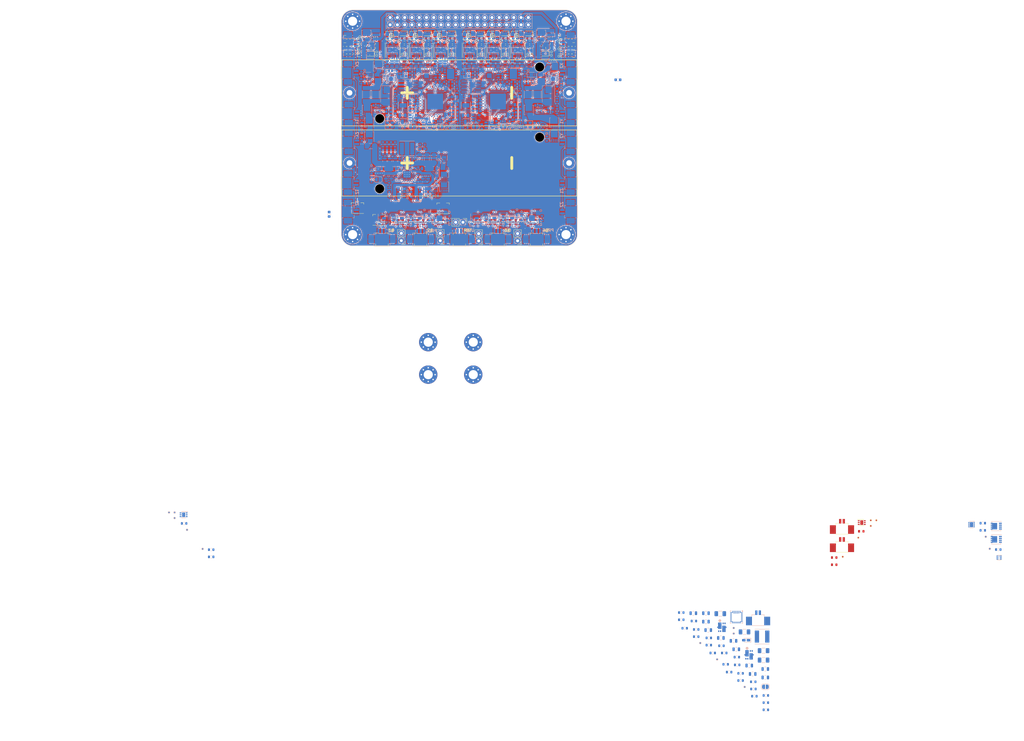
<source format=kicad_pcb>
(kicad_pcb (version 20210623) (generator pcbnew)

  (general
    (thickness 1)
  )

  (paper "A4")
  (title_block
    (title "BUTCube - EPS")
    (date "2021-08-20")
    (rev "v1.0")
    (company "VUT - FIT(STRaDe) & FME(IAE & IPE)")
    (comment 1 "Author: Petr Malaník")
  )

  (layers
    (0 "F.Cu" signal)
    (1 "In1.Cu" power)
    (2 "In2.Cu" mixed)
    (31 "B.Cu" signal)
    (32 "B.Adhes" user "B.Adhesive")
    (33 "F.Adhes" user "F.Adhesive")
    (34 "B.Paste" user)
    (35 "F.Paste" user)
    (36 "B.SilkS" user "B.Silkscreen")
    (37 "F.SilkS" user "F.Silkscreen")
    (38 "B.Mask" user)
    (39 "F.Mask" user)
    (40 "Dwgs.User" user "User.Drawings")
    (41 "Cmts.User" user "User.Comments")
    (42 "Eco1.User" user "User.Eco1")
    (43 "Eco2.User" user "User.Eco2")
    (44 "Edge.Cuts" user)
    (45 "Margin" user)
    (46 "B.CrtYd" user "B.Courtyard")
    (47 "F.CrtYd" user "F.Courtyard")
    (48 "B.Fab" user)
    (49 "F.Fab" user)
    (50 "User.1" user)
    (51 "User.2" user)
    (52 "User.3" user)
    (53 "User.4" user)
    (54 "User.5" user)
    (55 "User.6" user)
    (56 "User.7" user)
    (57 "User.8" user)
    (58 "User.9" user)
  )

  (setup
    (stackup
      (layer "F.SilkS" (type "Top Silk Screen"))
      (layer "F.Paste" (type "Top Solder Paste"))
      (layer "F.Mask" (type "Top Solder Mask") (color "Green") (thickness 0.01))
      (layer "F.Cu" (type "copper") (thickness 0.035))
      (layer "dielectric 1" (type "core") (thickness 0.28) (material "FR4") (epsilon_r 4.5) (loss_tangent 0.02))
      (layer "In1.Cu" (type "copper") (thickness 0.035))
      (layer "dielectric 2" (type "prepreg") (thickness 0.28) (material "FR4") (epsilon_r 4.5) (loss_tangent 0.02))
      (layer "In2.Cu" (type "copper") (thickness 0.035))
      (layer "dielectric 3" (type "core") (thickness 0.28) (material "FR4") (epsilon_r 4.5) (loss_tangent 0.02))
      (layer "B.Cu" (type "copper") (thickness 0.035))
      (layer "B.Mask" (type "Bottom Solder Mask") (color "Green") (thickness 0.01))
      (layer "B.Paste" (type "Bottom Solder Paste"))
      (layer "B.SilkS" (type "Bottom Silk Screen"))
      (copper_finish "Immersion gold")
      (dielectric_constraints no)
    )
    (pad_to_mask_clearance 0)
    (pcbplotparams
      (layerselection 0x00010fc_ffffffff)
      (disableapertmacros false)
      (usegerberextensions false)
      (usegerberattributes true)
      (usegerberadvancedattributes true)
      (creategerberjobfile true)
      (svguseinch false)
      (svgprecision 6)
      (excludeedgelayer true)
      (plotframeref false)
      (viasonmask false)
      (mode 1)
      (useauxorigin false)
      (hpglpennumber 1)
      (hpglpenspeed 20)
      (hpglpendiameter 15.000000)
      (dxfpolygonmode true)
      (dxfimperialunits true)
      (dxfusepcbnewfont true)
      (psnegative false)
      (psa4output false)
      (plotreference true)
      (plotvalue true)
      (plotinvisibletext false)
      (sketchpadsonfab false)
      (subtractmaskfromsilk false)
      (outputformat 1)
      (mirror false)
      (drillshape 1)
      (scaleselection 1)
      (outputdirectory "")
    )
  )

  (net 0 "")
  (net 1 "Net-(C1-Pad1)")
  (net 2 "VBUS")
  (net 3 "/Unit #1/MCU/MCU_POWER")
  (net 4 "/Unit #1/Battery charger/SOLAR_IN")
  (net 5 "/USB power/USB_POWER")
  (net 6 "Net-(C6-Pad1)")
  (net 7 "Net-(C6-Pad2)")
  (net 8 "Net-(C7-Pad1)")
  (net 9 "GND")
  (net 10 "Net-(C7-Pad2)")
  (net 11 "Net-(C8-Pad1)")
  (net 12 "/Unit #1/Battery charger/PMID")
  (net 13 "/Unit #1/Battery charger/SYS")
  (net 14 "/Unit #1/Battery charger/REGN")
  (net 15 "/Unit #1/Activation control/PWR_OUT")
  (net 16 "Net-(C29-Pad1)")
  (net 17 "/Unit #1/MCU/OUT_CUR")
  (net 18 "Net-(C32-Pad1)")
  (net 19 "/Unit #1/MCU/VREF")
  (net 20 "Net-(C47-Pad1)")
  (net 21 "/Unit #2/MCU/MCU_POWER")
  (net 22 "/Unit #2/Battery charger/SOLAR_IN")
  (net 23 "Net-(C52-Pad1)")
  (net 24 "Net-(C52-Pad2)")
  (net 25 "Net-(C53-Pad1)")
  (net 26 "Net-(C53-Pad2)")
  (net 27 "Net-(C54-Pad1)")
  (net 28 "/Unit #2/Battery charger/PMID")
  (net 29 "/Unit #2/Battery charger/SYS")
  (net 30 "/Unit #2/Battery charger/REGN")
  (net 31 "/Unit #2/Activation control/PWR_OUT")
  (net 32 "Net-(C75-Pad1)")
  (net 33 "/Unit #2/MCU/OUT_CUR")
  (net 34 "Net-(C78-Pad1)")
  (net 35 "/Unit #2/MCU/VREF")
  (net 36 "Net-(C93-Pad1)")
  (net 37 "Net-(C94-Pad1)")
  (net 38 "/Unit #1/Output control/PWR_OUT")
  (net 39 "Net-(C96-Pad1)")
  (net 40 "Net-(C97-Pad1)")
  (net 41 "/Unit #2/Output control/PWR_OUT")
  (net 42 "Net-(C101-Pad1)")
  (net 43 "Net-(C102-Pad1)")
  (net 44 "Net-(C106-Pad1)")
  (net 45 "Net-(C107-Pad1)")
  (net 46 "Net-(C111-Pad1)")
  (net 47 "Net-(C112-Pad1)")
  (net 48 "Net-(C116-Pad1)")
  (net 49 "Net-(C117-Pad1)")
  (net 50 "Net-(C121-Pad1)")
  (net 51 "Net-(C122-Pad1)")
  (net 52 "/Unit #1/ADC/VBAT_CUR")
  (net 53 "/Unit #2/ADC/VBAT_CUR")
  (net 54 "Net-(C129-Pad1)")
  (net 55 "Net-(C130-Pad1)")
  (net 56 "Net-(C131-Pad1)")
  (net 57 "Net-(C132-Pad1)")
  (net 58 "Net-(C133-Pad1)")
  (net 59 "/Unit #2/Activation control/Activation logic/PWR_IN")
  (net 60 "Net-(C138-Pad1)")
  (net 61 "Net-(C139-Pad1)")
  (net 62 "Net-(C140-Pad1)")
  (net 63 "Net-(C141-Pad1)")
  (net 64 "Net-(C142-Pad1)")
  (net 65 "/Unit #1/Activation control/Activation logic/PWR_IN")
  (net 66 "Net-(D2-Pad2)")
  (net 67 "/Stack connector/CAN_L")
  (net 68 "/Stack connector/CAN_H")
  (net 69 "/Unit #1/ADC/1V8_CUR")
  (net 70 "/Unit #2/ADC/1V8_CUR")
  (net 71 "/Unit #1/ADC/3V3_CUR")
  (net 72 "/Unit #2/ADC/3V3_CUR")
  (net 73 "/Unit #1/ADC/5V_CUR")
  (net 74 "/Unit #2/ADC/5V_CUR")
  (net 75 "/Unit #1/Activation control/PWR_IN")
  (net 76 "/Unit #1/MCU/POWER")
  (net 77 "Net-(F3-Pad2)")
  (net 78 "/Unit #2/Activation control/PWR_IN")
  (net 79 "/Unit #2/MCU/POWER")
  (net 80 "Net-(F6-Pad2)")
  (net 81 "Net-(F7-Pad1)")
  (net 82 "/Unit #1/1V8")
  (net 83 "Net-(F8-Pad1)")
  (net 84 "/Unit #2/1V8")
  (net 85 "Net-(F9-Pad1)")
  (net 86 "/Unit #1/3V3")
  (net 87 "Net-(F10-Pad1)")
  (net 88 "/Unit #2/3V3")
  (net 89 "Net-(F11-Pad1)")
  (net 90 "/Unit #1/5V")
  (net 91 "Net-(F12-Pad1)")
  (net 92 "/Unit #2/5V")
  (net 93 "Net-(F13-Pad1)")
  (net 94 "/Unit #1/VBAT")
  (net 95 "Net-(F14-Pad1)")
  (net 96 "/Unit #2/VBAT")
  (net 97 "Net-(J7-Pad1)")
  (net 98 "/Unit #1/MCU/DBG_TX")
  (net 99 "/Unit #1/MCU/DBG_RX")
  (net 100 "/Unit #1/MCU/SWCLK")
  (net 101 "/Unit #1/MCU/SWDIO")
  (net 102 "/Unit #1/Battery temperature control/NTC_OUT")
  (net 103 "Net-(J11-Pad1)")
  (net 104 "/Stack connector/EPS#1_CHARGE")
  (net 105 "/Stack connector/RS_485_~{B}")
  (net 106 "/Stack connector/RS_485_A")
  (net 107 "/Stack connector/EPS#2_CHARGE")
  (net 108 "Net-(J19-Pad1)")
  (net 109 "/Unit #2/MCU/DBG_TX")
  (net 110 "/Unit #2/MCU/DBG_RX")
  (net 111 "/Unit #2/MCU/SWCLK")
  (net 112 "/Unit #2/MCU/SWDIO")
  (net 113 "/Unit #2/Battery temperature control/NTC_OUT")
  (net 114 "Net-(J23-Pad1)")
  (net 115 "/Activation switches/RBF_PIN")
  (net 116 "/Activation switches/SW_#1")
  (net 117 "/Activation switches/SW_#2")
  (net 118 "/Activation switches/SW_#3")
  (net 119 "/Activation switches/SW_#4")
  (net 120 "Net-(JP1-Pad2)")
  (net 121 "Net-(JP2-Pad1)")
  (net 122 "/Unit #1/MCU/NRST")
  (net 123 "Net-(JP3-Pad1)")
  (net 124 "Net-(JP3-Pad2)")
  (net 125 "Net-(JP4-Pad2)")
  (net 126 "Net-(JP5-Pad1)")
  (net 127 "/Unit #2/MCU/NRST")
  (net 128 "Net-(JP6-Pad1)")
  (net 129 "Net-(JP6-Pad2)")
  (net 130 "Net-(L3-Pad1)")
  (net 131 "Net-(L3-Pad2)")
  (net 132 "Net-(L4-Pad1)")
  (net 133 "Net-(L4-Pad2)")
  (net 134 "Net-(L5-Pad1)")
  (net 135 "Net-(L5-Pad2)")
  (net 136 "Net-(L6-Pad1)")
  (net 137 "Net-(L6-Pad2)")
  (net 138 "Net-(L7-Pad1)")
  (net 139 "Net-(L7-Pad2)")
  (net 140 "Net-(L8-Pad1)")
  (net 141 "Net-(L8-Pad2)")
  (net 142 "Net-(Q1-PadG1)")
  (net 143 "Net-(Q1-PadS1)")
  (net 144 "Net-(Q2-PadG1)")
  (net 145 "Net-(Q2-PadS1)")
  (net 146 "/Unit #1/Activation control/Activation logic/SEP_EN")
  (net 147 "Net-(Q3-Pad5)")
  (net 148 "/Unit #1/Activation control/Activation logic/RBF_EN")
  (net 149 "Net-(Q5-Pad1)")
  (net 150 "Net-(Q5-Pad3)")
  (net 151 "Net-(Q7-Pad1)")
  (net 152 "Net-(Q7-Pad4)")
  (net 153 "Net-(Q7-Pad5)")
  (net 154 "Net-(Q9-PadG1)")
  (net 155 "Net-(Q9-PadS1)")
  (net 156 "Net-(Q10-PadG1)")
  (net 157 "Net-(Q10-PadS1)")
  (net 158 "/Unit #2/Activation control/Activation logic/SEP_EN")
  (net 159 "Net-(Q11-Pad5)")
  (net 160 "/Unit #2/Activation control/Activation logic/RBF_EN")
  (net 161 "Net-(Q13-Pad1)")
  (net 162 "Net-(Q13-Pad3)")
  (net 163 "Net-(Q15-Pad1)")
  (net 164 "Net-(Q15-Pad4)")
  (net 165 "Net-(Q15-Pad5)")
  (net 166 "Net-(Q17-Pad4)")
  (net 167 "Net-(Q17-Pad5)")
  (net 168 "Net-(Q18-Pad1)")
  (net 169 "Net-(Q18-Pad4)")
  (net 170 "Net-(Q19-Pad4)")
  (net 171 "Net-(Q19-Pad5)")
  (net 172 "Net-(Q20-Pad1)")
  (net 173 "Net-(Q20-Pad4)")
  (net 174 "/Unit #1/Power supplies/Power_supply_1V8/PER_POWER")
  (net 175 "/Unit #1/MCU/1V8_EN")
  (net 176 "/Unit #2/Power supplies/Power_supply_1V8/PER_POWER")
  (net 177 "/Unit #2/MCU/1V8_EN")
  (net 178 "/Unit #1/MCU/3V3_EN")
  (net 179 "/Unit #2/MCU/3V3_EN")
  (net 180 "/Unit #1/Power supplies/Power_supply_5V/PER_POWER")
  (net 181 "/Unit #1/MCU/5V_EN")
  (net 182 "/Unit #2/Power supplies/Power_supply_5V/PER_POWER")
  (net 183 "/Unit #2/MCU/5V_EN")
  (net 184 "Net-(Q27-Pad1)")
  (net 185 "/Unit #1/MCU/VBAT_EN")
  (net 186 "Net-(Q28-Pad1)")
  (net 187 "/Unit #2/MCU/VBAT_EN")
  (net 188 "/Unit #1/Battery charger/D+")
  (net 189 "/Unit #1/Battery charger/D-")
  (net 190 "Net-(R5-Pad2)")
  (net 191 "Net-(R6-Pad2)")
  (net 192 "Net-(R7-Pad1)")
  (net 193 "Net-(R8-Pad2)")
  (net 194 "Net-(D1-Pad2)")
  (net 195 "Net-(R11-Pad1)")
  (net 196 "Net-(R16-Pad2)")
  (net 197 "Net-(R17-Pad2)")
  (net 198 "Net-(R18-Pad2)")
  (net 199 "Net-(R21-Pad2)")
  (net 200 "Net-(R22-Pad1)")
  (net 201 "Net-(R24-Pad2)")
  (net 202 "/Unit #1/MCU/VBAT")
  (net 203 "/Unit #1/MCU/VDDUSB")
  (net 204 "Net-(R30-Pad1)")
  (net 205 "/Unit #1/MCU/CAN_RS")
  (net 206 "/Unit #1/MCU/RS_485_R_EN")
  (net 207 "/Unit #1/MCU/RS_485_T_EN")
  (net 208 "/Unit #1/Battery temperature control/EN")
  (net 209 "/Unit #1/Battery temperature control/NTC_REF")
  (net 210 "/Unit #2/Battery charger/D+")
  (net 211 "/Unit #2/Battery charger/D-")
  (net 212 "Net-(R47-Pad2)")
  (net 213 "Net-(R57-Pad2)")
  (net 214 "/Unit #2/MCU/VBAT")
  (net 215 "/Unit #2/MCU/VDDUSB")
  (net 216 "/Unit #2/MCU/CAN_RS")
  (net 217 "/Unit #2/MCU/RS_485_R_EN")
  (net 218 "/Unit #2/MCU/RS_485_T_EN")
  (net 219 "/Unit #2/Battery temperature control/EN")
  (net 220 "/Unit #2/Battery temperature control/NTC_REF")
  (net 221 "Net-(R82-Pad1)")
  (net 222 "Net-(R91-Pad2)")
  (net 223 "Net-(R98-Pad2)")
  (net 224 "Net-(R105-Pad2)")
  (net 225 "Net-(R112-Pad2)")
  (net 226 "Net-(R119-Pad2)")
  (net 227 "/Unit #1/Battery temperature control/~{FAULT}")
  (net 228 "/Unit #2/Battery temperature control/~{FAULT}")
  (net 229 "Net-(TP61-Pad1)")
  (net 230 "Net-(TP62-Pad1)")
  (net 231 "Net-(TP63-Pad1)")
  (net 232 "Net-(TP64-Pad1)")
  (net 233 "Net-(TP67-Pad1)")
  (net 234 "Net-(TP69-Pad1)")
  (net 235 "Net-(TP70-Pad1)")
  (net 236 "Net-(TP71-Pad1)")
  (net 237 "Net-(TP72-Pad1)")
  (net 238 "Net-(TP75-Pad1)")
  (net 239 "/Unit #1/ADC/~{CS}")
  (net 240 "/Unit #1/MCU/SPI_MISO")
  (net 241 "/Unit #1/MCU/SPI_SCK")
  (net 242 "/Unit #1/MCU/SPI_MOSI")
  (net 243 "Net-(D1-Pad1)")
  (net 244 "/Unit #1/Battery charger/SCL")
  (net 245 "/Unit #1/Battery charger/SDA")
  (net 246 "/Unit #1/Battery charger/~{INT}")
  (net 247 "/Unit #1/MCU/WDG_RESET")
  (net 248 "/Unit #1/MCU/FRAM_CS")
  (net 249 "/Unit #1/MCU/LSE")
  (net 250 "/Unit #1/MCU/HSE")
  (net 251 "/Unit #1/Battery charger/BAT_ALERT")
  (net 252 "/Unit #1/MCU/RS_485_R")
  (net 253 "/Unit #1/MCU/RS_485_T")
  (net 254 "/Unit #1/MCU/CAN_RX")
  (net 255 "/Unit #1/MCU/CAN_TX")
  (net 256 "/Unit #2/ADC/~{CS}")
  (net 257 "/Unit #2/MCU/SPI_MISO")
  (net 258 "/Unit #2/MCU/SPI_SCK")
  (net 259 "/Unit #2/MCU/SPI_MOSI")
  (net 260 "Net-(D5-Pad1)")
  (net 261 "/Unit #2/Battery charger/SCL")
  (net 262 "/Unit #2/Battery charger/SDA")
  (net 263 "/Unit #2/Battery charger/~{INT}")
  (net 264 "/Unit #2/MCU/WDG_RESET")
  (net 265 "/Unit #2/MCU/FRAM_CS")
  (net 266 "/Unit #2/MCU/LSE")
  (net 267 "/Unit #2/MCU/HSE")
  (net 268 "/Unit #2/Battery charger/BAT_ALERT")
  (net 269 "/Unit #2/MCU/RS_485_R")
  (net 270 "/Unit #2/MCU/RS_485_T")
  (net 271 "/Unit #2/MCU/CAN_RX")
  (net 272 "/Unit #2/MCU/CAN_TX")
  (net 273 "Net-(U52-Pad6)")
  (net 274 "Net-(U53-Pad8)")
  (net 275 "Net-(U54-Pad12)")
  (net 276 "Net-(U48-Pad6)")
  (net 277 "Net-(U48-Pad8)")
  (net 278 "Net-(U48-Pad12)")
  (net 279 "Net-(U49-Pad10)")
  (net 280 "Net-(U49-Pad8)")
  (net 281 "Net-(U49-Pad12)")
  (net 282 "Net-(U50-Pad12)")
  (net 283 "Net-(U52-Pad8)")
  (net 284 "Net-(U52-Pad12)")
  (net 285 "Net-(U53-Pad10)")
  (net 286 "Net-(U53-Pad12)")
  (net 287 "Net-(D4-Pad1)")
  (net 288 "Net-(D7-Pad1)")
  (net 289 "Net-(D7-Pad2)")
  (net 290 "Net-(D8-Pad2)")
  (net 291 "Net-(D10-Pad1)")
  (net 292 "Net-(D11-Pad1)")
  (net 293 "/Unit #1/MCU/LED1")
  (net 294 "/Unit #1/MCU/LED2")
  (net 295 "Net-(R41-Pad1)")
  (net 296 "Net-(R46-Pad2)")
  (net 297 "Net-(R48-Pad1)")
  (net 298 "Net-(R49-Pad2)")
  (net 299 "Net-(R52-Pad1)")
  (net 300 "Net-(R58-Pad2)")
  (net 301 "Net-(R59-Pad2)")
  (net 302 "Net-(R62-Pad2)")
  (net 303 "Net-(R63-Pad1)")
  (net 304 "Net-(R65-Pad2)")
  (net 305 "Net-(R71-Pad1)")
  (net 306 "/Unit #2/MCU/LED1")
  (net 307 "/Unit #2/MCU/LED2")
  (net 308 "Net-(R84-Pad1)")
  (net 309 "Net-(R86-Pad1)")
  (net 310 "Net-(R88-Pad2)")
  (net 311 "Net-(R89-Pad1)")
  (net 312 "Net-(R95-Pad2)")
  (net 313 "Net-(R96-Pad1)")
  (net 314 "Net-(R102-Pad2)")
  (net 315 "Net-(R103-Pad1)")
  (net 316 "Net-(R109-Pad2)")
  (net 317 "Net-(R110-Pad1)")
  (net 318 "Net-(R116-Pad2)")
  (net 319 "Net-(R117-Pad1)")
  (net 320 "Net-(R123-Pad2)")
  (net 321 "Net-(R124-Pad1)")
  (net 322 "Net-(R126-Pad2)")
  (net 323 "Net-(R132-Pad2)")
  (net 324 "Net-(R137-Pad2)")
  (net 325 "/Unit #1/Battery charger/BAT+")
  (net 326 "/Unit #2/Battery charger/BAT+")
  (net 327 "/Unit #1/ADC/VBAT_DIV")
  (net 328 "/Unit #1/ADC/3V3_DIV")
  (net 329 "/Unit #1/ADC/5V_DIV")
  (net 330 "/Unit #2/ADC/VBAT_DIV")
  (net 331 "/Unit #2/ADC/3V3_DIV")
  (net 332 "/Unit #2/ADC/5V_DIV")
  (net 333 "unconnected-(J12-Pad11)")
  (net 334 "unconnected-(J12-Pad12)")
  (net 335 "unconnected-(J12-Pad13)")
  (net 336 "unconnected-(J12-Pad14)")
  (net 337 "unconnected-(J12-Pad15)")
  (net 338 "unconnected-(J12-Pad16)")
  (net 339 "unconnected-(J12-Pad17)")
  (net 340 "unconnected-(J12-Pad18)")
  (net 341 "unconnected-(J12-Pad23)")
  (net 342 "unconnected-(J12-Pad24)")
  (net 343 "unconnected-(J12-Pad25)")
  (net 344 "unconnected-(J12-Pad26)")
  (net 345 "unconnected-(J12-Pad27)")
  (net 346 "unconnected-(J12-Pad28)")
  (net 347 "unconnected-(J12-Pad29)")
  (net 348 "unconnected-(J12-Pad30)")
  (net 349 "/Unit #1/ADC/CONV_EN")
  (net 350 "Net-(Q29-Pad3)")
  (net 351 "Net-(Q30-Pad3)")
  (net 352 "Net-(Q31-Pad3)")
  (net 353 "/Unit #2/ADC/CONV_EN")
  (net 354 "Net-(Q32-Pad3)")
  (net 355 "Net-(Q33-Pad3)")
  (net 356 "Net-(Q34-Pad3)")
  (net 357 "unconnected-(U6-Pad3)")
  (net 358 "unconnected-(U8-Pad3)")
  (net 359 "unconnected-(U9-Pad4)")
  (net 360 "unconnected-(U9-Pad10)")
  (net 361 "unconnected-(U10-Pad3)")
  (net 362 "unconnected-(U12-Pad7)")
  (net 363 "unconnected-(U19-Pad3)")
  (net 364 "unconnected-(U21-Pad3)")
  (net 365 "unconnected-(U22-Pad4)")
  (net 366 "unconnected-(U22-Pad10)")
  (net 367 "unconnected-(U23-Pad3)")
  (net 368 "unconnected-(U25-Pad7)")
  (net 369 "unconnected-(U27-Pad1)")
  (net 370 "unconnected-(U30-Pad1)")
  (net 371 "unconnected-(U50-Pad8)")
  (net 372 "unconnected-(U54-Pad8)")
  (net 373 "unconnected-(X1-Pad1)")
  (net 374 "unconnected-(X3-Pad1)")

  (footprint "Diode_SMD:D_SOD-323F" (layer "F.Cu") (at 95.1 59.325 180))

  (footprint "TCY_passives:R_0603_1608Metric" (layer "F.Cu") (at 163.8 54.2 90))

  (footprint "TCY_passives:R_0603_1608Metric" (layer "F.Cu") (at 93.1 53.725 90))

  (footprint "TCY_passives:D_0603_1608Metric" (layer "F.Cu") (at 86.3 56.8 -90))

  (footprint "TCY_passives:R_0603_1608Metric" (layer "F.Cu") (at 257.14 235.26))

  (footprint "MountingHole:MountingHole_3.2mm_M3_Pad_Via" (layer "F.Cu") (at 89 122.5))

  (footprint "TCY_passives:R_0603_1608Metric" (layer "F.Cu") (at 107.05 58.2))

  (footprint "TCY_connectors:TestPoint_Pad_D0.5mm" (layer "F.Cu") (at 158.4 59.9))

  (footprint "TCY_connectors:Amphenol_10114830-11102LF_1x02_P1.25mm_Horizontal" (layer "F.Cu") (at 99.25 122))

  (footprint "TCY_passives:R_0603_1608Metric" (layer "F.Cu") (at 113.7 118.2 -90))

  (footprint "TCY_passives:R_0603_1608Metric" (layer "F.Cu") (at 257.14 237.77))

  (footprint "TCY_passives:R_0603_1608Metric" (layer "F.Cu") (at 151.187255 118.138244 -90))

  (footprint "TCY_passives:R_0603_1608Metric" (layer "F.Cu") (at 162.6 54.2 -90))

  (footprint "TCY_IC:DFN-3_1.2x1.2mm" (layer "F.Cu") (at 161 53.7))

  (footprint "Connector_PinHeader_2.54mm:PinHeader_1x02_P2.54mm_Vertical" (layer "F.Cu") (at 146.6 124.675 180))

  (footprint "TCY_passives:R_0603_1608Metric" (layer "F.Cu") (at 115.45 55.4))

  (footprint "TCY_passives:R_0603_1608Metric" (layer "F.Cu") (at 150.8 54 180))

  (footprint "TCY_passives:R_0603_1608Metric" (layer "F.Cu") (at 89.9 54.2 90))

  (footprint "TCY_passives:R_0603_1608Metric" (layer "F.Cu") (at 131.987255 118.138244 90))

  (footprint "TCY_passives:D_0603_1608Metric" (layer "F.Cu") (at 86.3 54.2 -90))

  (footprint "TCY_passives:C_0603_1608Metric" (layer "F.Cu") (at 165 54.2 90))

  (footprint "TCY_passives:R_0603_1608Metric" (layer "F.Cu") (at 88.7 54.2 -90))

  (footprint "TCY_connectors:TestPoint_Pad_D0.5mm" (layer "F.Cu") (at 271.86 222.26))

  (footprint "TCY_connectors:TestPoint_Pad_D0.5mm" (layer "F.Cu") (at 114.675 59.5))

  (footprint "TCY_passives:R_0603_1608Metric" (layer "F.Cu") (at 89.9 56.8 90))

  (footprint "TCY_connectors:TestPoint_Pad_D0.5mm" (layer "F.Cu") (at 107.825 59.5))

  (footprint "TCY_connectors:TestPoint_Pad_D0.5mm" (layer "F.Cu") (at 124.625 59.5))

  (footprint "TCY_IC:DFN-3_1.2x1.2mm" (layer "F.Cu") (at 91.5 54.7 180))

  (footprint "Diode_SMD:D_SOD-323F" (layer "F.Cu") (at 106.7 52.25 180))

  (footprint "TCY_passives:C_0603_1608Metric" (layer "F.Cu") (at 138.787255 118.138244 -90))

  (footprint "TCY_passives:R_0603_1608Metric" (layer "F.Cu") (at 120.5 118.2 90))

  (footprint "Diode_SMD:D_SOD-323F" (layer "F.Cu") (at 133.65 52.25 180))

  (footprint "Package_DFN_QFN:UQFN-10_1.4x1.8mm_P0.4mm" (layer "F.Cu") (at 157.2 56.6))

  (footprint "TCY_connectors:TestPoint_Pad_D0.5mm" (layer "F.Cu") (at 105.35 54.7))

  (footprint "TCY_passives:C_0603_1608Metric" (layer "F.Cu") (at 93.6 56.625 90))

  (footprint "TCY_passives:C_0603_1608Metric" (layer "F.Cu") (at 115.45 60.7))

  (footprint "TCY_connectors:TestPoint_Pad_D0.5mm" (layer "F.Cu") (at 143.175 59.5))

  (footprint "TCY_connectors:Amphenol_10114830-11102LF_1x02_P1.25mm_Horizontal" (layer "F.Cu") (at 126.25 122.02))

  (footprint "TCY_passives:R_0603_1608Metric" (layer "F.Cu") (at 123.85 54 180))

  (footprint "TCY_passives:RV_3x3.6" (layer "F.Cu") (at 102.6 53 90))

  (footprint "TCY_passives:R_0603_1608Metric" (layer "F.Cu") (at 137.187255 118.138244 90))

  (footprint "TCY_passives:R_0603_1608Metric" (layer "F.Cu") (at 115.3 118.2 90))

  (footprint "TCY_passives:R_0603_1608Metric" (layer "F.Cu") (at 147.587255 118.138244 90))

  (footprint "TCY_connectors:TestPoint_Pad_D0.5mm" (layer "F.Cu") (at 158.4 58.7))

  (footprint "TCY_IC:DFN-3_1.2x1.2mm" (layer "F.Cu") (at 161 58.9))

  (footprint "TCY_passives:C_0603_1608Metric" (layer "F.Cu") (at 154.387255 118.138244 -90))

  (footprint "TCY_passives:C_0603_1608Metric" (layer "F.Cu") (at 106.5 118.2 -90))

  (footprint "Diode_SMD:D_SOD-323F" (layer "F.Cu") (at 123.5 52.25 180))

  (footprint "TCY_passives:R_0603_1608Metric" (layer "F.Cu") (at 94.5 53.725 90))

  (footprint "TCY_connectors:TestPoint_Pad_D0.5mm" (layer "F.Cu") (at 140.7 54.7))

  (footprint "TCY_connectors:TestPoint_Pad_D0.5mm" (layer "F.Cu") (at 150.025 59.5))

  (footprint "TCY_passives:R_0603_1608Metric" (layer "F.Cu") (at 145.987255 118.138244 -90))

  (footprint "TCY_passives:R_0603_1608Metric" (layer "F.Cu") (at 150.8 56.8 180))

  (footprint "TCY_passives:R_0603_1608Metric" (layer "F.Cu") (at 89.9 59.4 90))

  (footprint "Inductor_SMD:L_Taiyo-Yuden_MD-5050" (layer "F.Cu") (at 129.9 58.1 -90))

  (footprint "TCY_passives:C_0603_1608Metric" (layer "F.Cu") (at 156.9 53.675 90))

  (footprint "TCY_connectors:TestPoint_Pad_D0.5mm" (layer "F.Cu") (at 97.4 59.925))

  (footprint "TCY_connectors:TestPoint_Pad_D0.5mm" (layer "F.Cu") (at 132.3 54.7))

  (footprint "MountingHole:MountingHole_3.2mm_M3_Pad_Via" (layer "F.Cu") (at 131.12 160.06))

  (footprint "Inductor_SMD:L_Taiyo-Yuden_MD-5050" (layer "F.Cu") (at 119.75 58.1 -90))

  (footprint "TCY_passives:R_0603_1608Metric" (layer "F.Cu") (at 155.5 53.7 90))

  (footprint "TCY_passives:R_0603_1608Metric" (layer "F.Cu") (at 150.8 58.2))

  (footprint "Connector_PinHeader_2.54mm:PinHeader_1x02_P2.54mm_Vertical" (layer "F.Cu") (at 106 124.6 180))

  (footprint "TCY_passives:R_0603_1608Metric" (layer "F.Cu") (at 107.05 54 180))

  (footprint "TCY_passives:C_0603_1608Metric" (layer "F.Cu") (at 165 59.4 90))

  (footprint "MountingHole:MountingHole_3.2mm_M3_Pad_Via" (layer "F.Cu") (at 131.12 171.4))

  (footprint "TCY_passives:R_0603_1608Metric" (layer "F.Cu")
    (tedit 61276209) (tstamp 6c821f5f-9997-4659-9d1e-e5b510d7d76c)
    (at 150.8 55.4)
    (descr "Resistor SMD 0603 (1608 Metric), square (rectangular) end terminal, IPC_7351 nominal, (Body size source: IPC-SM-782 page 72, https://www.pcb-3d.com/wordpress/wp-content/uploads/ipc-sm-782a_amendme
... [7601315 chars truncated]
</source>
